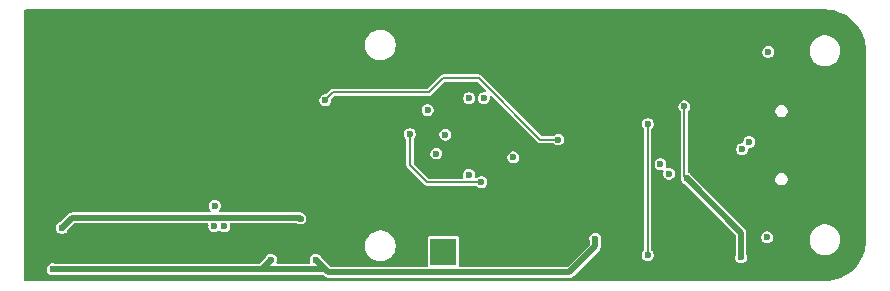
<source format=gbr>
%TF.GenerationSoftware,KiCad,Pcbnew,9.0.4*%
%TF.CreationDate,2025-09-01T13:06:02+02:00*%
%TF.ProjectId,EHT,4548542e-6b69-4636-9164-5f7063625858,rev?*%
%TF.SameCoordinates,Original*%
%TF.FileFunction,Copper,L4,Bot*%
%TF.FilePolarity,Positive*%
%FSLAX46Y46*%
G04 Gerber Fmt 4.6, Leading zero omitted, Abs format (unit mm)*
G04 Created by KiCad (PCBNEW 9.0.4) date 2025-09-01 13:06:02*
%MOMM*%
%LPD*%
G01*
G04 APERTURE LIST*
%TA.AperFunction,ComponentPad*%
%ADD10R,2.250000X2.250000*%
%TD*%
%TA.AperFunction,ComponentPad*%
%ADD11C,2.250000*%
%TD*%
%TA.AperFunction,HeatsinkPad*%
%ADD12O,2.100000X1.000000*%
%TD*%
%TA.AperFunction,HeatsinkPad*%
%ADD13O,1.800000X1.000000*%
%TD*%
%TA.AperFunction,HeatsinkPad*%
%ADD14C,0.600000*%
%TD*%
%TA.AperFunction,ViaPad*%
%ADD15C,0.600000*%
%TD*%
%TA.AperFunction,Conductor*%
%ADD16C,0.200000*%
%TD*%
%TA.AperFunction,Conductor*%
%ADD17C,0.500000*%
%TD*%
G04 APERTURE END LIST*
D10*
%TO.P,SW1,1,1*%
%TO.N,Net-(U7-EN)*%
X149700000Y-92000000D03*
D11*
%TO.P,SW1,2,2*%
%TO.N,GND*%
X156200000Y-92000000D03*
%TD*%
D12*
%TO.P,J1,S1,SHIELD*%
%TO.N,GND*%
X177820000Y-87300000D03*
D13*
X182000000Y-87300000D03*
D12*
X177820000Y-78660000D03*
D13*
X182000000Y-78660000D03*
%TD*%
D14*
%TO.P,U7,41,GND*%
%TO.N,GND*%
X121860000Y-85915000D03*
X123260000Y-85915000D03*
X121160000Y-85215000D03*
X122560000Y-85215000D03*
X123960000Y-85215000D03*
X121860000Y-84515000D03*
X123260000Y-84515000D03*
X121160000Y-83815000D03*
X122560000Y-83815000D03*
X123960000Y-83815000D03*
X121860000Y-83115000D03*
X123260000Y-83115000D03*
%TD*%
D15*
%TO.N,GND*%
X140500000Y-89200000D03*
X171200000Y-74000000D03*
X155615000Y-82015000D03*
X172862200Y-81767800D03*
X154600000Y-86100000D03*
X164700000Y-92300000D03*
X152200000Y-75299000D03*
X175115000Y-86015000D03*
X165500000Y-84200000D03*
X175425000Y-89500000D03*
X153615000Y-80015000D03*
X152400000Y-74400000D03*
X170900000Y-90075000D03*
X152200000Y-73500000D03*
X167100000Y-77900000D03*
X175400000Y-76500000D03*
X160400000Y-92200000D03*
X168075735Y-90424265D03*
X134800000Y-87300000D03*
X151600000Y-72700000D03*
X172700000Y-90075000D03*
X175115000Y-80015000D03*
%TO.N,Net-(U2-SDO{slash}AD0)*%
X146865000Y-82055000D03*
X152900000Y-86115000D03*
%TO.N,Net-(U2-~{CS})*%
X153115000Y-79015000D03*
X149089672Y-83700000D03*
%TO.N,Net-(U2-SCL{slash}SCLK)*%
X149865000Y-82100000D03*
X151865000Y-79015000D03*
%TO.N,D+*%
X130341051Y-88122017D03*
X175584834Y-82722663D03*
X131140000Y-89875000D03*
%TO.N,D-*%
X174983792Y-83323705D03*
X130290000Y-89875000D03*
%TO.N,Net-(SW2A-A)*%
X167000000Y-81200000D03*
X167000000Y-92300000D03*
%TO.N,LED_PWR*%
X174900000Y-92500000D03*
X170300000Y-85800000D03*
X170100000Y-79700000D03*
%TO.N,+1V8*%
X148365005Y-80016000D03*
X155615000Y-84015000D03*
X151865000Y-85515000D03*
%TO.N,+3V3*%
X138900000Y-92700000D03*
X135100000Y-92700000D03*
X159415000Y-82515000D03*
X116600000Y-93500000D03*
X139700000Y-79180000D03*
X162565000Y-90900000D03*
%TO.N,Net-(U7-EN)*%
X137600000Y-89200000D03*
X117400000Y-90000000D03*
%TO.N,Net-(DCHG1-K)*%
X168800000Y-85400000D03*
X177200000Y-75100000D03*
%TO.N,Net-(DPGOOD1-K)*%
X177100000Y-90800000D03*
X168070460Y-84586707D03*
%TD*%
D16*
%TO.N,Net-(U2-SDO{slash}AD0)*%
X152113943Y-86116000D02*
X148316000Y-86116000D01*
X148316000Y-86116000D02*
X146865000Y-84665000D01*
X152114943Y-86115000D02*
X152113943Y-86116000D01*
X146865000Y-84665000D02*
X146865000Y-82055000D01*
X152900000Y-86115000D02*
X152114943Y-86115000D01*
%TO.N,Net-(SW2A-A)*%
X167000000Y-92300000D02*
X167000000Y-81200000D01*
D17*
%TO.N,LED_PWR*%
X174900000Y-90400000D02*
X170300000Y-85800000D01*
D16*
X170100000Y-79700000D02*
X170100000Y-85600000D01*
X170100000Y-85600000D02*
X170300000Y-85800000D01*
D17*
X174900000Y-92500000D02*
X174900000Y-90400000D01*
%TO.N,+3V3*%
X138900000Y-92700000D02*
X139955017Y-93755017D01*
D16*
X152700000Y-77300000D02*
X149700000Y-77300000D01*
D17*
X135100000Y-92700000D02*
X134300000Y-93500000D01*
D16*
X140380000Y-78500000D02*
X139700000Y-79180000D01*
D17*
X139955017Y-93755017D02*
X140800000Y-93755017D01*
D16*
X148500000Y-78500000D02*
X140380000Y-78500000D01*
X149700000Y-77300000D02*
X148500000Y-78500000D01*
D17*
X140800000Y-93755017D02*
X160370702Y-93759298D01*
X134300000Y-93500000D02*
X133600000Y-93500000D01*
X116600000Y-93500000D02*
X133600000Y-93500000D01*
X139700000Y-93500000D02*
X139955017Y-93755017D01*
X133600000Y-93500000D02*
X139700000Y-93500000D01*
X162565000Y-91565000D02*
X162565000Y-90900000D01*
X160370702Y-93759298D02*
X162565000Y-91565000D01*
D16*
X159415000Y-82515000D02*
X157915000Y-82515000D01*
X157915000Y-82515000D02*
X152700000Y-77300000D01*
D17*
%TO.N,Net-(U7-EN)*%
X137600000Y-89200000D02*
X137524000Y-89124000D01*
X118276000Y-89124000D02*
X117400000Y-90000000D01*
X137524000Y-89124000D02*
X118276000Y-89124000D01*
%TD*%
%TA.AperFunction,Conductor*%
%TO.N,GND*%
G36*
X182003032Y-71500648D02*
G01*
X182336929Y-71517052D01*
X182349037Y-71518245D01*
X182452146Y-71533539D01*
X182676699Y-71566849D01*
X182688617Y-71569219D01*
X183009951Y-71649709D01*
X183021588Y-71653240D01*
X183092806Y-71678722D01*
X183333467Y-71764832D01*
X183344688Y-71769479D01*
X183644163Y-71911120D01*
X183654871Y-71916844D01*
X183938988Y-72087137D01*
X183949106Y-72093897D01*
X184215170Y-72291224D01*
X184224576Y-72298944D01*
X184470013Y-72521395D01*
X184478604Y-72529986D01*
X184665755Y-72736475D01*
X184701055Y-72775423D01*
X184708775Y-72784829D01*
X184906102Y-73050893D01*
X184912862Y-73061011D01*
X185041776Y-73276092D01*
X185083148Y-73345116D01*
X185088883Y-73355844D01*
X185111050Y-73402713D01*
X185230514Y-73655297D01*
X185235170Y-73666540D01*
X185346759Y-73978411D01*
X185350292Y-73990055D01*
X185430777Y-74311369D01*
X185433151Y-74323305D01*
X185481754Y-74650962D01*
X185482947Y-74663071D01*
X185499351Y-74996966D01*
X185499500Y-75003051D01*
X185499500Y-90996948D01*
X185499351Y-91003033D01*
X185482947Y-91336928D01*
X185481754Y-91349037D01*
X185433151Y-91676694D01*
X185430777Y-91688630D01*
X185350292Y-92009944D01*
X185346759Y-92021588D01*
X185235170Y-92333459D01*
X185230514Y-92344702D01*
X185088885Y-92644151D01*
X185083148Y-92654883D01*
X184912862Y-92938988D01*
X184906102Y-92949106D01*
X184708775Y-93215170D01*
X184701055Y-93224576D01*
X184478611Y-93470006D01*
X184470006Y-93478611D01*
X184224576Y-93701055D01*
X184215170Y-93708775D01*
X183949106Y-93906102D01*
X183938988Y-93912862D01*
X183654883Y-94083148D01*
X183644151Y-94088885D01*
X183344702Y-94230514D01*
X183333459Y-94235170D01*
X183021588Y-94346759D01*
X183009944Y-94350292D01*
X182688630Y-94430777D01*
X182676694Y-94433151D01*
X182349037Y-94481754D01*
X182336928Y-94482947D01*
X182021989Y-94498419D01*
X182003031Y-94499351D01*
X181996949Y-94499500D01*
X114324000Y-94499500D01*
X114256961Y-94479815D01*
X114211206Y-94427011D01*
X114200000Y-94375500D01*
X114200000Y-93434108D01*
X116099500Y-93434108D01*
X116099500Y-93565891D01*
X116133608Y-93693187D01*
X116138151Y-93701055D01*
X116199500Y-93807314D01*
X116292686Y-93900500D01*
X116391521Y-93957563D01*
X116401425Y-93963281D01*
X116406814Y-93966392D01*
X116534108Y-94000500D01*
X116534110Y-94000500D01*
X116665890Y-94000500D01*
X116665892Y-94000500D01*
X116793186Y-93966392D01*
X116793194Y-93966387D01*
X116800696Y-93963281D01*
X116801249Y-93964618D01*
X116853937Y-93950500D01*
X133540691Y-93950500D01*
X139462035Y-93950500D01*
X139529074Y-93970185D01*
X139549716Y-93986819D01*
X139678404Y-94115507D01*
X139678406Y-94115508D01*
X139678410Y-94115511D01*
X139781005Y-94174744D01*
X139781006Y-94174744D01*
X139781065Y-94174778D01*
X139781131Y-94174816D01*
X139895708Y-94205517D01*
X139895710Y-94205517D01*
X140800021Y-94205517D01*
X160311348Y-94209785D01*
X160311393Y-94209797D01*
X160365911Y-94209797D01*
X160375054Y-94209799D01*
X160429906Y-94209811D01*
X160429906Y-94209810D01*
X160429912Y-94209811D01*
X160429917Y-94209809D01*
X160430005Y-94209798D01*
X160430009Y-94209797D01*
X160430011Y-94209797D01*
X160468839Y-94199392D01*
X160485962Y-94194805D01*
X160485962Y-94194807D01*
X160485979Y-94194800D01*
X160544496Y-94179135D01*
X160544500Y-94179132D01*
X160544531Y-94179124D01*
X160544561Y-94179111D01*
X160544582Y-94179098D01*
X160544589Y-94179097D01*
X160599143Y-94147599D01*
X160647236Y-94119847D01*
X160647241Y-94119841D01*
X160647275Y-94119822D01*
X160647287Y-94119813D01*
X160647295Y-94119806D01*
X160647311Y-94119789D01*
X160647316Y-94119787D01*
X160692565Y-94074536D01*
X160692589Y-94074523D01*
X160692584Y-94074518D01*
X160731130Y-94035990D01*
X160731130Y-94035988D01*
X160737062Y-94030060D01*
X160737197Y-94029904D01*
X162925489Y-91841614D01*
X162984799Y-91738887D01*
X163000146Y-91681610D01*
X163015500Y-91624309D01*
X163015500Y-91153936D01*
X163029618Y-91101246D01*
X163028282Y-91100693D01*
X163031388Y-91093192D01*
X163031392Y-91093186D01*
X163065500Y-90965892D01*
X163065500Y-90834108D01*
X163031392Y-90706814D01*
X162965500Y-90592686D01*
X162872314Y-90499500D01*
X162814968Y-90466391D01*
X162758187Y-90433608D01*
X162694539Y-90416554D01*
X162630892Y-90399500D01*
X162499108Y-90399500D01*
X162371812Y-90433608D01*
X162257686Y-90499500D01*
X162257683Y-90499502D01*
X162164502Y-90592683D01*
X162164500Y-90592686D01*
X162098608Y-90706812D01*
X162064693Y-90833386D01*
X162064500Y-90834108D01*
X162064500Y-90965892D01*
X162073639Y-91000000D01*
X162098608Y-91093186D01*
X162101718Y-91100693D01*
X162100381Y-91101246D01*
X162102035Y-91107422D01*
X162109477Y-91119001D01*
X162114500Y-91153936D01*
X162114500Y-91327034D01*
X162094815Y-91394073D01*
X162078181Y-91414715D01*
X160220469Y-93272426D01*
X160159146Y-93305911D01*
X160132761Y-93308745D01*
X151144337Y-93306779D01*
X151077302Y-93287080D01*
X151031558Y-93234266D01*
X151021630Y-93165105D01*
X151022748Y-93158583D01*
X151025500Y-93144750D01*
X151025500Y-90855249D01*
X151025499Y-90855247D01*
X151013868Y-90796770D01*
X151013867Y-90796769D01*
X150969552Y-90730447D01*
X150903230Y-90686132D01*
X150903229Y-90686131D01*
X150844752Y-90674500D01*
X150844748Y-90674500D01*
X148555252Y-90674500D01*
X148555247Y-90674500D01*
X148496770Y-90686131D01*
X148496769Y-90686132D01*
X148430447Y-90730447D01*
X148386132Y-90796769D01*
X148386131Y-90796770D01*
X148374500Y-90855247D01*
X148374500Y-90855252D01*
X148374500Y-93144748D01*
X148374500Y-93144750D01*
X148374499Y-93144750D01*
X148377127Y-93157959D01*
X148370898Y-93227550D01*
X148328033Y-93282727D01*
X148262143Y-93305969D01*
X148255482Y-93306147D01*
X140866997Y-93304530D01*
X140866997Y-93304529D01*
X140859351Y-93304527D01*
X140859309Y-93304517D01*
X140800222Y-93304517D01*
X140800219Y-93304517D01*
X140800163Y-93304516D01*
X140732875Y-93304502D01*
X140732645Y-93304517D01*
X140192982Y-93304517D01*
X140125943Y-93284832D01*
X140105301Y-93268198D01*
X139398113Y-92561010D01*
X139370841Y-92513771D01*
X139369504Y-92514326D01*
X139366392Y-92506816D01*
X139366392Y-92506814D01*
X139300500Y-92392686D01*
X139207314Y-92299500D01*
X139150250Y-92266554D01*
X139093187Y-92233608D01*
X139029539Y-92216554D01*
X138965892Y-92199500D01*
X138834108Y-92199500D01*
X138706812Y-92233608D01*
X138592686Y-92299500D01*
X138592683Y-92299502D01*
X138499502Y-92392683D01*
X138499500Y-92392686D01*
X138433608Y-92506812D01*
X138417778Y-92565892D01*
X138399500Y-92634108D01*
X138399500Y-92765892D01*
X138433608Y-92893186D01*
X138433609Y-92893189D01*
X138433668Y-92893406D01*
X138432005Y-92963256D01*
X138392843Y-93021119D01*
X138328614Y-93048623D01*
X138313893Y-93049500D01*
X135686107Y-93049500D01*
X135619068Y-93029815D01*
X135573313Y-92977011D01*
X135563369Y-92907853D01*
X135566332Y-92893406D01*
X135566390Y-92893189D01*
X135566392Y-92893186D01*
X135600500Y-92765892D01*
X135600500Y-92634108D01*
X135566392Y-92506814D01*
X135500500Y-92392686D01*
X135407314Y-92299500D01*
X135350250Y-92266554D01*
X135293187Y-92233608D01*
X135229539Y-92216554D01*
X135165892Y-92199500D01*
X135034108Y-92199500D01*
X134906812Y-92233608D01*
X134792686Y-92299500D01*
X134792683Y-92299502D01*
X134699502Y-92392683D01*
X134699498Y-92392689D01*
X134633607Y-92506816D01*
X134630497Y-92514324D01*
X134629161Y-92513770D01*
X134601887Y-92561007D01*
X134255044Y-92907853D01*
X134149716Y-93013181D01*
X134088393Y-93046666D01*
X134062035Y-93049500D01*
X116853937Y-93049500D01*
X116801249Y-93035381D01*
X116800696Y-93036719D01*
X116793188Y-93033609D01*
X116793186Y-93033608D01*
X116665892Y-92999500D01*
X116534108Y-92999500D01*
X116406812Y-93033608D01*
X116292686Y-93099500D01*
X116292683Y-93099502D01*
X116199502Y-93192683D01*
X116199500Y-93192686D01*
X116133608Y-93306812D01*
X116099500Y-93434108D01*
X114200000Y-93434108D01*
X114200000Y-91412648D01*
X143064500Y-91412648D01*
X143064500Y-91617352D01*
X143065602Y-91624308D01*
X143096522Y-91819534D01*
X143159781Y-92014223D01*
X143252715Y-92196613D01*
X143373028Y-92362213D01*
X143517786Y-92506971D01*
X143655898Y-92607313D01*
X143683390Y-92627287D01*
X143799607Y-92686503D01*
X143865776Y-92720218D01*
X143865778Y-92720218D01*
X143865781Y-92720220D01*
X143970137Y-92754127D01*
X144060465Y-92783477D01*
X144161557Y-92799488D01*
X144262648Y-92815500D01*
X144262649Y-92815500D01*
X144467351Y-92815500D01*
X144467352Y-92815500D01*
X144669534Y-92783477D01*
X144864219Y-92720220D01*
X145046610Y-92627287D01*
X145170173Y-92537514D01*
X145212213Y-92506971D01*
X145212215Y-92506968D01*
X145212219Y-92506966D01*
X145356966Y-92362219D01*
X145356968Y-92362215D01*
X145356971Y-92362213D01*
X145441358Y-92246062D01*
X145477287Y-92196610D01*
X145570220Y-92014219D01*
X145633477Y-91819534D01*
X145665500Y-91617352D01*
X145665500Y-91412648D01*
X145633477Y-91210466D01*
X145570220Y-91015781D01*
X145570218Y-91015778D01*
X145570218Y-91015776D01*
X145510028Y-90897648D01*
X145477287Y-90833390D01*
X145450681Y-90796769D01*
X145356971Y-90667786D01*
X145212213Y-90523028D01*
X145046613Y-90402715D01*
X145046612Y-90402714D01*
X145046610Y-90402713D01*
X144989653Y-90373691D01*
X144864223Y-90309781D01*
X144669534Y-90246522D01*
X144483098Y-90216994D01*
X144467352Y-90214500D01*
X144262648Y-90214500D01*
X144246902Y-90216994D01*
X144060465Y-90246522D01*
X143865776Y-90309781D01*
X143683386Y-90402715D01*
X143517786Y-90523028D01*
X143373028Y-90667786D01*
X143252715Y-90833386D01*
X143159781Y-91015776D01*
X143096522Y-91210465D01*
X143074575Y-91349037D01*
X143064500Y-91412648D01*
X114200000Y-91412648D01*
X114200000Y-89934108D01*
X116899500Y-89934108D01*
X116899500Y-90065891D01*
X116933608Y-90193187D01*
X116952618Y-90226112D01*
X116999500Y-90307314D01*
X117092686Y-90400500D01*
X117206814Y-90466392D01*
X117334108Y-90500500D01*
X117334110Y-90500500D01*
X117465890Y-90500500D01*
X117465892Y-90500500D01*
X117593186Y-90466392D01*
X117707314Y-90400500D01*
X117800500Y-90307314D01*
X117866392Y-90193186D01*
X117866393Y-90193180D01*
X117869504Y-90185674D01*
X117870842Y-90186228D01*
X117898111Y-90138990D01*
X118426284Y-89610819D01*
X118487607Y-89577334D01*
X118513965Y-89574500D01*
X129690763Y-89574500D01*
X129757802Y-89594185D01*
X129803557Y-89646989D01*
X129813501Y-89716147D01*
X129810538Y-89730593D01*
X129789500Y-89809108D01*
X129789500Y-89940891D01*
X129823608Y-90068187D01*
X129855477Y-90123384D01*
X129889500Y-90182314D01*
X129982686Y-90275500D01*
X130096814Y-90341392D01*
X130224108Y-90375500D01*
X130224110Y-90375500D01*
X130355890Y-90375500D01*
X130355892Y-90375500D01*
X130483186Y-90341392D01*
X130597314Y-90275500D01*
X130627319Y-90245495D01*
X130688642Y-90212010D01*
X130758334Y-90216994D01*
X130802681Y-90245495D01*
X130832686Y-90275500D01*
X130946814Y-90341392D01*
X131074108Y-90375500D01*
X131074110Y-90375500D01*
X131205890Y-90375500D01*
X131205892Y-90375500D01*
X131333186Y-90341392D01*
X131447314Y-90275500D01*
X131540500Y-90182314D01*
X131606392Y-90068186D01*
X131640500Y-89940892D01*
X131640500Y-89809108D01*
X131619462Y-89730592D01*
X131621125Y-89660743D01*
X131660288Y-89602881D01*
X131724516Y-89575377D01*
X131739237Y-89574500D01*
X137216710Y-89574500D01*
X137283749Y-89594185D01*
X137292197Y-89600125D01*
X137292681Y-89600497D01*
X137397029Y-89660743D01*
X137406814Y-89666392D01*
X137534108Y-89700500D01*
X137534110Y-89700500D01*
X137665890Y-89700500D01*
X137665892Y-89700500D01*
X137793186Y-89666392D01*
X137907314Y-89600500D01*
X138000500Y-89507314D01*
X138066392Y-89393186D01*
X138100500Y-89265892D01*
X138100500Y-89134108D01*
X138066392Y-89006814D01*
X138000500Y-88892686D01*
X137907314Y-88799500D01*
X137793186Y-88733608D01*
X137726168Y-88715650D01*
X137718170Y-88713215D01*
X137706727Y-88709305D01*
X137697887Y-88704201D01*
X137673673Y-88697713D01*
X137669639Y-88696632D01*
X137669630Y-88696629D01*
X137607716Y-88680040D01*
X137583309Y-88673500D01*
X130796744Y-88673500D01*
X130729705Y-88653815D01*
X130683950Y-88601011D01*
X130674006Y-88531853D01*
X130703031Y-88468297D01*
X130709063Y-88461819D01*
X130741551Y-88429331D01*
X130807443Y-88315203D01*
X130841551Y-88187909D01*
X130841551Y-88056125D01*
X130807443Y-87928831D01*
X130741551Y-87814703D01*
X130648365Y-87721517D01*
X130591301Y-87688571D01*
X130534238Y-87655625D01*
X130470590Y-87638571D01*
X130406943Y-87621517D01*
X130275159Y-87621517D01*
X130147863Y-87655625D01*
X130033737Y-87721517D01*
X130033734Y-87721519D01*
X129940553Y-87814700D01*
X129940551Y-87814703D01*
X129874659Y-87928829D01*
X129840551Y-88056125D01*
X129840551Y-88187908D01*
X129874659Y-88315204D01*
X129907605Y-88372267D01*
X129940551Y-88429331D01*
X129940553Y-88429333D01*
X129973039Y-88461819D01*
X130006524Y-88523142D01*
X130001540Y-88592834D01*
X129959668Y-88648767D01*
X129894204Y-88673184D01*
X129885358Y-88673500D01*
X118216691Y-88673500D01*
X118126325Y-88697713D01*
X118126324Y-88697712D01*
X118102116Y-88704199D01*
X118102113Y-88704200D01*
X117999386Y-88763511D01*
X117999383Y-88763513D01*
X117261009Y-89501886D01*
X117213775Y-89529161D01*
X117214328Y-89530495D01*
X117206816Y-89533606D01*
X117092689Y-89599498D01*
X117092683Y-89599502D01*
X116999502Y-89692683D01*
X116999500Y-89692686D01*
X116933608Y-89806812D01*
X116899500Y-89934108D01*
X114200000Y-89934108D01*
X114200000Y-81989108D01*
X146364500Y-81989108D01*
X146364500Y-82120891D01*
X146398608Y-82248187D01*
X146424589Y-82293186D01*
X146464500Y-82362314D01*
X146464502Y-82362316D01*
X146528181Y-82425995D01*
X146561666Y-82487318D01*
X146564500Y-82513676D01*
X146564500Y-84704562D01*
X146578152Y-84755513D01*
X146584979Y-84780990D01*
X146594508Y-84797494D01*
X146597063Y-84801919D01*
X146624540Y-84849511D01*
X148075540Y-86300511D01*
X148131489Y-86356460D01*
X148131491Y-86356461D01*
X148131495Y-86356464D01*
X148199107Y-86395499D01*
X148200011Y-86396021D01*
X148276438Y-86416500D01*
X148276440Y-86416500D01*
X152153971Y-86416500D01*
X152169227Y-86415500D01*
X152441324Y-86415500D01*
X152508363Y-86435185D01*
X152529005Y-86451819D01*
X152592686Y-86515500D01*
X152706814Y-86581392D01*
X152834108Y-86615500D01*
X152834110Y-86615500D01*
X152965890Y-86615500D01*
X152965892Y-86615500D01*
X153093186Y-86581392D01*
X153207314Y-86515500D01*
X153300500Y-86422314D01*
X153366392Y-86308186D01*
X153400500Y-86180892D01*
X153400500Y-86049108D01*
X153366392Y-85921814D01*
X153300500Y-85807686D01*
X153207314Y-85714500D01*
X153150250Y-85681554D01*
X153093187Y-85648608D01*
X153029539Y-85631554D01*
X152965892Y-85614500D01*
X152834108Y-85614500D01*
X152706812Y-85648608D01*
X152592686Y-85714500D01*
X152592682Y-85714503D01*
X152560669Y-85746516D01*
X152499345Y-85780001D01*
X152429654Y-85775015D01*
X152373721Y-85733143D01*
X152349305Y-85667678D01*
X152353213Y-85626746D01*
X152365500Y-85580892D01*
X152365500Y-85449108D01*
X152331392Y-85321814D01*
X152265500Y-85207686D01*
X152172314Y-85114500D01*
X152109548Y-85078262D01*
X152058187Y-85048608D01*
X151994539Y-85031554D01*
X151930892Y-85014500D01*
X151799108Y-85014500D01*
X151671812Y-85048608D01*
X151557686Y-85114500D01*
X151557683Y-85114502D01*
X151464502Y-85207683D01*
X151464500Y-85207686D01*
X151398608Y-85321812D01*
X151382933Y-85380313D01*
X151364500Y-85449108D01*
X151364500Y-85580892D01*
X151382644Y-85648608D01*
X151385538Y-85659407D01*
X151383875Y-85729257D01*
X151344712Y-85787119D01*
X151280484Y-85814623D01*
X151265763Y-85815500D01*
X148491833Y-85815500D01*
X148424794Y-85795815D01*
X148404152Y-85779181D01*
X147201819Y-84576848D01*
X147168334Y-84515525D01*
X147165500Y-84489167D01*
X147165500Y-83634108D01*
X148589172Y-83634108D01*
X148589172Y-83765892D01*
X148595658Y-83790097D01*
X148623280Y-83893187D01*
X148655567Y-83949108D01*
X148689172Y-84007314D01*
X148782358Y-84100500D01*
X148896486Y-84166392D01*
X149023780Y-84200500D01*
X149023782Y-84200500D01*
X149155562Y-84200500D01*
X149155564Y-84200500D01*
X149282858Y-84166392D01*
X149396986Y-84100500D01*
X149490172Y-84007314D01*
X149523777Y-83949108D01*
X155114500Y-83949108D01*
X155114500Y-84080891D01*
X155148608Y-84208187D01*
X155181554Y-84265250D01*
X155214500Y-84322314D01*
X155307686Y-84415500D01*
X155421814Y-84481392D01*
X155549108Y-84515500D01*
X155549110Y-84515500D01*
X155680890Y-84515500D01*
X155680892Y-84515500D01*
X155808186Y-84481392D01*
X155922314Y-84415500D01*
X156015500Y-84322314D01*
X156081392Y-84208186D01*
X156115500Y-84080892D01*
X156115500Y-83949108D01*
X156081392Y-83821814D01*
X156015500Y-83707686D01*
X155922314Y-83614500D01*
X155865250Y-83581554D01*
X155808187Y-83548608D01*
X155744539Y-83531554D01*
X155680892Y-83514500D01*
X155549108Y-83514500D01*
X155421812Y-83548608D01*
X155307686Y-83614500D01*
X155307683Y-83614502D01*
X155214502Y-83707683D01*
X155214500Y-83707686D01*
X155148608Y-83821812D01*
X155114500Y-83949108D01*
X149523777Y-83949108D01*
X149556064Y-83893186D01*
X149590172Y-83765892D01*
X149590172Y-83634108D01*
X149556064Y-83506814D01*
X149490172Y-83392686D01*
X149396986Y-83299500D01*
X149324782Y-83257813D01*
X149282859Y-83233608D01*
X149196542Y-83210480D01*
X149155564Y-83199500D01*
X149023780Y-83199500D01*
X148896484Y-83233608D01*
X148782358Y-83299500D01*
X148782355Y-83299502D01*
X148689174Y-83392683D01*
X148689172Y-83392686D01*
X148623280Y-83506812D01*
X148612081Y-83548608D01*
X148589172Y-83634108D01*
X147165500Y-83634108D01*
X147165500Y-82513676D01*
X147185185Y-82446637D01*
X147201819Y-82425995D01*
X147220501Y-82407313D01*
X147265500Y-82362314D01*
X147331392Y-82248186D01*
X147365500Y-82120892D01*
X147365500Y-82034108D01*
X149364500Y-82034108D01*
X149364500Y-82165891D01*
X149398608Y-82293187D01*
X149415135Y-82321812D01*
X149464500Y-82407314D01*
X149557686Y-82500500D01*
X149671814Y-82566392D01*
X149799108Y-82600500D01*
X149799110Y-82600500D01*
X149930890Y-82600500D01*
X149930892Y-82600500D01*
X150058186Y-82566392D01*
X150172314Y-82500500D01*
X150265500Y-82407314D01*
X150331392Y-82293186D01*
X150365500Y-82165892D01*
X150365500Y-82034108D01*
X150331392Y-81906814D01*
X150265500Y-81792686D01*
X150172314Y-81699500D01*
X150101605Y-81658676D01*
X150058187Y-81633608D01*
X149994539Y-81616554D01*
X149930892Y-81599500D01*
X149799108Y-81599500D01*
X149671812Y-81633608D01*
X149557686Y-81699500D01*
X149557683Y-81699502D01*
X149464502Y-81792683D01*
X149464500Y-81792686D01*
X149398608Y-81906812D01*
X149364500Y-82034108D01*
X147365500Y-82034108D01*
X147365500Y-81989108D01*
X147331392Y-81861814D01*
X147265500Y-81747686D01*
X147172314Y-81654500D01*
X147115250Y-81621554D01*
X147058187Y-81588608D01*
X146992453Y-81570995D01*
X146930892Y-81554500D01*
X146799108Y-81554500D01*
X146671812Y-81588608D01*
X146557686Y-81654500D01*
X146557683Y-81654502D01*
X146464502Y-81747683D01*
X146464500Y-81747686D01*
X146398608Y-81861812D01*
X146364500Y-81989108D01*
X114200000Y-81989108D01*
X114200000Y-79950108D01*
X147864505Y-79950108D01*
X147864505Y-80081892D01*
X147878935Y-80135746D01*
X147898613Y-80209187D01*
X147931559Y-80266250D01*
X147964505Y-80323314D01*
X148057691Y-80416500D01*
X148171819Y-80482392D01*
X148299113Y-80516500D01*
X148299115Y-80516500D01*
X148430895Y-80516500D01*
X148430897Y-80516500D01*
X148558191Y-80482392D01*
X148672319Y-80416500D01*
X148765505Y-80323314D01*
X148831397Y-80209186D01*
X148865505Y-80081892D01*
X148865505Y-79950108D01*
X148831397Y-79822814D01*
X148765505Y-79708686D01*
X148672319Y-79615500D01*
X148583985Y-79564500D01*
X148558192Y-79549608D01*
X148494544Y-79532554D01*
X148430897Y-79515500D01*
X148299113Y-79515500D01*
X148171817Y-79549608D01*
X148057691Y-79615500D01*
X148057688Y-79615502D01*
X147964507Y-79708683D01*
X147964505Y-79708686D01*
X147898613Y-79822812D01*
X147879757Y-79893186D01*
X147864505Y-79950108D01*
X114200000Y-79950108D01*
X114200000Y-79114108D01*
X139199500Y-79114108D01*
X139199500Y-79245891D01*
X139233608Y-79373187D01*
X139244866Y-79392686D01*
X139299500Y-79487314D01*
X139392686Y-79580500D01*
X139506814Y-79646392D01*
X139634108Y-79680500D01*
X139634110Y-79680500D01*
X139765890Y-79680500D01*
X139765892Y-79680500D01*
X139893186Y-79646392D01*
X140007314Y-79580500D01*
X140100500Y-79487314D01*
X140166392Y-79373186D01*
X140200500Y-79245892D01*
X140200500Y-79155832D01*
X140220185Y-79088793D01*
X140236819Y-79068151D01*
X140355863Y-78949108D01*
X151364500Y-78949108D01*
X151364500Y-79080892D01*
X151373400Y-79114108D01*
X151398608Y-79208187D01*
X151431554Y-79265250D01*
X151464500Y-79322314D01*
X151557686Y-79415500D01*
X151671814Y-79481392D01*
X151799108Y-79515500D01*
X151799110Y-79515500D01*
X151930890Y-79515500D01*
X151930892Y-79515500D01*
X152058186Y-79481392D01*
X152172314Y-79415500D01*
X152265500Y-79322314D01*
X152331392Y-79208186D01*
X152365500Y-79080892D01*
X152365500Y-78949108D01*
X152331392Y-78821814D01*
X152327842Y-78815666D01*
X152319086Y-78800500D01*
X152265500Y-78707686D01*
X152172314Y-78614500D01*
X152115250Y-78581554D01*
X152058187Y-78548608D01*
X151994539Y-78531554D01*
X151930892Y-78514500D01*
X151799108Y-78514500D01*
X151671812Y-78548608D01*
X151557686Y-78614500D01*
X151557683Y-78614502D01*
X151464502Y-78707683D01*
X151464500Y-78707686D01*
X151398608Y-78821812D01*
X151366678Y-78940981D01*
X151364500Y-78949108D01*
X140355863Y-78949108D01*
X140451671Y-78853300D01*
X140468152Y-78836819D01*
X140529475Y-78803334D01*
X140555833Y-78800500D01*
X148539560Y-78800500D01*
X148539562Y-78800500D01*
X148615989Y-78780021D01*
X148684511Y-78740460D01*
X148740460Y-78684511D01*
X149788152Y-77636819D01*
X149849475Y-77603334D01*
X149875833Y-77600500D01*
X152524167Y-77600500D01*
X152591206Y-77620185D01*
X152611848Y-77636819D01*
X153278022Y-78302993D01*
X153311507Y-78364316D01*
X153306523Y-78434008D01*
X153264651Y-78489941D01*
X153199187Y-78514358D01*
X153189019Y-78514055D01*
X153189019Y-78514500D01*
X153049108Y-78514500D01*
X152921812Y-78548608D01*
X152807686Y-78614500D01*
X152807683Y-78614502D01*
X152714502Y-78707683D01*
X152714500Y-78707686D01*
X152648608Y-78821812D01*
X152616678Y-78940981D01*
X152614500Y-78949108D01*
X152614500Y-79080892D01*
X152623400Y-79114108D01*
X152648608Y-79208187D01*
X152681554Y-79265250D01*
X152714500Y-79322314D01*
X152807686Y-79415500D01*
X152921814Y-79481392D01*
X153049108Y-79515500D01*
X153049110Y-79515500D01*
X153180890Y-79515500D01*
X153180892Y-79515500D01*
X153308186Y-79481392D01*
X153422314Y-79415500D01*
X153515500Y-79322314D01*
X153581392Y-79208186D01*
X153615500Y-79080892D01*
X153615500Y-78949108D01*
X153615500Y-78940981D01*
X153618716Y-78940981D01*
X153627119Y-78886877D01*
X153673467Y-78834592D01*
X153740725Y-78815666D01*
X153807538Y-78836106D01*
X153827006Y-78851977D01*
X157730489Y-82755460D01*
X157799012Y-82795022D01*
X157875438Y-82815500D01*
X157954562Y-82815500D01*
X158956324Y-82815500D01*
X159023363Y-82835185D01*
X159044005Y-82851819D01*
X159107686Y-82915500D01*
X159221814Y-82981392D01*
X159349108Y-83015500D01*
X159349110Y-83015500D01*
X159480890Y-83015500D01*
X159480892Y-83015500D01*
X159608186Y-82981392D01*
X159722314Y-82915500D01*
X159815500Y-82822314D01*
X159881392Y-82708186D01*
X159915500Y-82580892D01*
X159915500Y-82449108D01*
X159881392Y-82321814D01*
X159815500Y-82207686D01*
X159722314Y-82114500D01*
X159665250Y-82081554D01*
X159608187Y-82048608D01*
X159544539Y-82031554D01*
X159480892Y-82014500D01*
X159349108Y-82014500D01*
X159221812Y-82048608D01*
X159107686Y-82114500D01*
X159107683Y-82114502D01*
X159044005Y-82178181D01*
X158982682Y-82211666D01*
X158956324Y-82214500D01*
X158090833Y-82214500D01*
X158023794Y-82194815D01*
X158003152Y-82178181D01*
X156959079Y-81134108D01*
X166499500Y-81134108D01*
X166499500Y-81265891D01*
X166533608Y-81393187D01*
X166566554Y-81450250D01*
X166599500Y-81507314D01*
X166599502Y-81507316D01*
X166663181Y-81570995D01*
X166696666Y-81632318D01*
X166699500Y-81658676D01*
X166699500Y-91841323D01*
X166679815Y-91908362D01*
X166663182Y-91929004D01*
X166599500Y-91992686D01*
X166533608Y-92106812D01*
X166509547Y-92196610D01*
X166499500Y-92234108D01*
X166499500Y-92365892D01*
X166506680Y-92392689D01*
X166533608Y-92493187D01*
X166545812Y-92514324D01*
X166599500Y-92607314D01*
X166692686Y-92700500D01*
X166806814Y-92766392D01*
X166934108Y-92800500D01*
X166934110Y-92800500D01*
X167065890Y-92800500D01*
X167065892Y-92800500D01*
X167193186Y-92766392D01*
X167307314Y-92700500D01*
X167400500Y-92607314D01*
X167466392Y-92493186D01*
X167500500Y-92365892D01*
X167500500Y-92234108D01*
X167466392Y-92106814D01*
X167400500Y-91992686D01*
X167336818Y-91929004D01*
X167303334Y-91867680D01*
X167300500Y-91841323D01*
X167300500Y-84520815D01*
X167569960Y-84520815D01*
X167569960Y-84652598D01*
X167604068Y-84779894D01*
X167616785Y-84801920D01*
X167669960Y-84894021D01*
X167763146Y-84987207D01*
X167877274Y-85053099D01*
X168004568Y-85087207D01*
X168004570Y-85087207D01*
X168136350Y-85087207D01*
X168136352Y-85087207D01*
X168175938Y-85076600D01*
X168245786Y-85078262D01*
X168303649Y-85117423D01*
X168331154Y-85181651D01*
X168327806Y-85228467D01*
X168309435Y-85297028D01*
X168299500Y-85334108D01*
X168299500Y-85465892D01*
X168306680Y-85492689D01*
X168333608Y-85593187D01*
X168352980Y-85626740D01*
X168399500Y-85707314D01*
X168492686Y-85800500D01*
X168606814Y-85866392D01*
X168734108Y-85900500D01*
X168734110Y-85900500D01*
X168865890Y-85900500D01*
X168865892Y-85900500D01*
X168993186Y-85866392D01*
X169107314Y-85800500D01*
X169200500Y-85707314D01*
X169266392Y-85593186D01*
X169300500Y-85465892D01*
X169300500Y-85334108D01*
X169266392Y-85206814D01*
X169200500Y-85092686D01*
X169107314Y-84999500D01*
X169050250Y-84966554D01*
X168993187Y-84933608D01*
X168905478Y-84910107D01*
X168865892Y-84899500D01*
X168734108Y-84899500D01*
X168734106Y-84899500D01*
X168694520Y-84910107D01*
X168624670Y-84908444D01*
X168566808Y-84869280D01*
X168539305Y-84805051D01*
X168542652Y-84758245D01*
X168570960Y-84652599D01*
X168570960Y-84520815D01*
X168536852Y-84393521D01*
X168470960Y-84279393D01*
X168377774Y-84186207D01*
X168320710Y-84153261D01*
X168263647Y-84120315D01*
X168189691Y-84100499D01*
X168136352Y-84086207D01*
X168004568Y-84086207D01*
X167877272Y-84120315D01*
X167763146Y-84186207D01*
X167763143Y-84186209D01*
X167669962Y-84279390D01*
X167669960Y-84279393D01*
X167604068Y-84393519D01*
X167569960Y-84520815D01*
X167300500Y-84520815D01*
X167300500Y-81658676D01*
X167320185Y-81591637D01*
X167336819Y-81570995D01*
X167353314Y-81554500D01*
X167400500Y-81507314D01*
X167466392Y-81393186D01*
X167500500Y-81265892D01*
X167500500Y-81134108D01*
X167466392Y-81006814D01*
X167400500Y-80892686D01*
X167307314Y-80799500D01*
X167250250Y-80766554D01*
X167193187Y-80733608D01*
X167129539Y-80716554D01*
X167065892Y-80699500D01*
X166934108Y-80699500D01*
X166806812Y-80733608D01*
X166692686Y-80799500D01*
X166692683Y-80799502D01*
X166599502Y-80892683D01*
X166599500Y-80892686D01*
X166533608Y-81006812D01*
X166499500Y-81134108D01*
X156959079Y-81134108D01*
X155459079Y-79634108D01*
X169599500Y-79634108D01*
X169599500Y-79765892D01*
X169614752Y-79822812D01*
X169633608Y-79893187D01*
X169662206Y-79942719D01*
X169699500Y-80007314D01*
X169699502Y-80007316D01*
X169763181Y-80070995D01*
X169796666Y-80132318D01*
X169799500Y-80158676D01*
X169799500Y-85639562D01*
X169803568Y-85654744D01*
X169803568Y-85718922D01*
X169799500Y-85734102D01*
X169799500Y-85865891D01*
X169833608Y-85993187D01*
X169865895Y-86049108D01*
X169899500Y-86107314D01*
X169992686Y-86200500D01*
X170106814Y-86266392D01*
X170106816Y-86266392D01*
X170114326Y-86269504D01*
X170113771Y-86270841D01*
X170161010Y-86298113D01*
X174413181Y-90550284D01*
X174446666Y-90611607D01*
X174449500Y-90637965D01*
X174449500Y-92246062D01*
X174435383Y-92298751D01*
X174436719Y-92299304D01*
X174433608Y-92306814D01*
X174399500Y-92434108D01*
X174399500Y-92565892D01*
X174415950Y-92627284D01*
X174433608Y-92693187D01*
X174449215Y-92720218D01*
X174499500Y-92807314D01*
X174592686Y-92900500D01*
X174706814Y-92966392D01*
X174834108Y-93000500D01*
X174834110Y-93000500D01*
X174965890Y-93000500D01*
X174965892Y-93000500D01*
X175093186Y-92966392D01*
X175207314Y-92900500D01*
X175300500Y-92807314D01*
X175366392Y-92693186D01*
X175400500Y-92565892D01*
X175400500Y-92434108D01*
X175366392Y-92306814D01*
X175366388Y-92306807D01*
X175363281Y-92299304D01*
X175364616Y-92298751D01*
X175350500Y-92246062D01*
X175350500Y-90734108D01*
X176599500Y-90734108D01*
X176599500Y-90865891D01*
X176633608Y-90993187D01*
X176637542Y-91000000D01*
X176699500Y-91107314D01*
X176792686Y-91200500D01*
X176906814Y-91266392D01*
X177034108Y-91300500D01*
X177034110Y-91300500D01*
X177165890Y-91300500D01*
X177165892Y-91300500D01*
X177293186Y-91266392D01*
X177407314Y-91200500D01*
X177500500Y-91107314D01*
X177566392Y-90993186D01*
X177591991Y-90897648D01*
X180699500Y-90897648D01*
X180699500Y-91102351D01*
X180731522Y-91304534D01*
X180794781Y-91499223D01*
X180854971Y-91617351D01*
X180885208Y-91676694D01*
X180887715Y-91681613D01*
X181008028Y-91847213D01*
X181152786Y-91991971D01*
X181307749Y-92104556D01*
X181318390Y-92112287D01*
X181434607Y-92171503D01*
X181500776Y-92205218D01*
X181500778Y-92205218D01*
X181500781Y-92205220D01*
X181588150Y-92233608D01*
X181695465Y-92268477D01*
X181763723Y-92279288D01*
X181897648Y-92300500D01*
X181897649Y-92300500D01*
X182102351Y-92300500D01*
X182102352Y-92300500D01*
X182304534Y-92268477D01*
X182499219Y-92205220D01*
X182681610Y-92112287D01*
X182774590Y-92044732D01*
X182847213Y-91991971D01*
X182847215Y-91991968D01*
X182847219Y-91991966D01*
X182991966Y-91847219D01*
X182991968Y-91847215D01*
X182991971Y-91847213D01*
X183070673Y-91738887D01*
X183112287Y-91681610D01*
X183205220Y-91499219D01*
X183268477Y-91304534D01*
X183300500Y-91102352D01*
X183300500Y-90897648D01*
X183274598Y-90734110D01*
X183268477Y-90695465D01*
X183233105Y-90586603D01*
X183205220Y-90500781D01*
X183205218Y-90500778D01*
X183205218Y-90500776D01*
X183154124Y-90400500D01*
X183112287Y-90318390D01*
X183081124Y-90275497D01*
X182991971Y-90152786D01*
X182847213Y-90008028D01*
X182681613Y-89887715D01*
X182681612Y-89887714D01*
X182681610Y-89887713D01*
X182624653Y-89858691D01*
X182499223Y-89794781D01*
X182304534Y-89731522D01*
X182129995Y-89703878D01*
X182102352Y-89699500D01*
X181897648Y-89699500D01*
X181873329Y-89703351D01*
X181695465Y-89731522D01*
X181500776Y-89794781D01*
X181318386Y-89887715D01*
X181152786Y-90008028D01*
X181008028Y-90152786D01*
X180887715Y-90318386D01*
X180794781Y-90500776D01*
X180731522Y-90695465D01*
X180699500Y-90897648D01*
X177591991Y-90897648D01*
X177600500Y-90865892D01*
X177600500Y-90734108D01*
X177566392Y-90606814D01*
X177500500Y-90492686D01*
X177407314Y-90399500D01*
X177350250Y-90366554D01*
X177293187Y-90333608D01*
X177229539Y-90316554D01*
X177165892Y-90299500D01*
X177034108Y-90299500D01*
X176906812Y-90333608D01*
X176792686Y-90399500D01*
X176792683Y-90399502D01*
X176699502Y-90492683D01*
X176699500Y-90492686D01*
X176633608Y-90606812D01*
X176599500Y-90734108D01*
X175350500Y-90734108D01*
X175350500Y-90340693D01*
X175350500Y-90340691D01*
X175319799Y-90226114D01*
X175294511Y-90182314D01*
X175294511Y-90182313D01*
X175260493Y-90123392D01*
X175260487Y-90123384D01*
X170937920Y-85800817D01*
X177794500Y-85800817D01*
X177794500Y-85939183D01*
X177808971Y-85993187D01*
X177830312Y-86072835D01*
X177830313Y-86072838D01*
X177899492Y-86192661D01*
X177899494Y-86192664D01*
X177899495Y-86192665D01*
X177997335Y-86290505D01*
X177997336Y-86290506D01*
X177997338Y-86290507D01*
X178027961Y-86308187D01*
X178117164Y-86359688D01*
X178250817Y-86395500D01*
X178250819Y-86395500D01*
X178389181Y-86395500D01*
X178389183Y-86395500D01*
X178522836Y-86359688D01*
X178642665Y-86290505D01*
X178740505Y-86192665D01*
X178809688Y-86072836D01*
X178845500Y-85939183D01*
X178845500Y-85800817D01*
X178809688Y-85667164D01*
X178759879Y-85580892D01*
X178740507Y-85547338D01*
X178740503Y-85547333D01*
X178642666Y-85449496D01*
X178642661Y-85449492D01*
X178522838Y-85380313D01*
X178522837Y-85380312D01*
X178522836Y-85380312D01*
X178389183Y-85344500D01*
X178250817Y-85344500D01*
X178117164Y-85380312D01*
X178117161Y-85380313D01*
X177997338Y-85449492D01*
X177997333Y-85449496D01*
X177899496Y-85547333D01*
X177899492Y-85547338D01*
X177830313Y-85667161D01*
X177830312Y-85667164D01*
X177794500Y-85800817D01*
X170937920Y-85800817D01*
X170798113Y-85661010D01*
X170770841Y-85613771D01*
X170769504Y-85614326D01*
X170766392Y-85606815D01*
X170766392Y-85606814D01*
X170700500Y-85492686D01*
X170607314Y-85399500D01*
X170541421Y-85361456D01*
X170493185Y-85333607D01*
X170493186Y-85333607D01*
X170492399Y-85333397D01*
X170491810Y-85333038D01*
X170485682Y-85330500D01*
X170486078Y-85329543D01*
X170432741Y-85297028D01*
X170402216Y-85234179D01*
X170400500Y-85213624D01*
X170400500Y-83257813D01*
X174483292Y-83257813D01*
X174483292Y-83389596D01*
X174517400Y-83516892D01*
X174535712Y-83548608D01*
X174583292Y-83631019D01*
X174676478Y-83724205D01*
X174790606Y-83790097D01*
X174917900Y-83824205D01*
X174917902Y-83824205D01*
X175049682Y-83824205D01*
X175049684Y-83824205D01*
X175176978Y-83790097D01*
X175291106Y-83724205D01*
X175384292Y-83631019D01*
X175450184Y-83516891D01*
X175484292Y-83389597D01*
X175484292Y-83347163D01*
X175503977Y-83280124D01*
X175556781Y-83234369D01*
X175608292Y-83223163D01*
X175650724Y-83223163D01*
X175650726Y-83223163D01*
X175778020Y-83189055D01*
X175892148Y-83123163D01*
X175985334Y-83029977D01*
X176051226Y-82915849D01*
X176085334Y-82788555D01*
X176085334Y-82656771D01*
X176051226Y-82529477D01*
X175985334Y-82415349D01*
X175892148Y-82322163D01*
X175835084Y-82289217D01*
X175778021Y-82256271D01*
X175714373Y-82239217D01*
X175650726Y-82222163D01*
X175518942Y-82222163D01*
X175391646Y-82256271D01*
X175277520Y-82322163D01*
X175277517Y-82322165D01*
X175184336Y-82415346D01*
X175184334Y-82415349D01*
X175118442Y-82529475D01*
X175084334Y-82656771D01*
X175084334Y-82699205D01*
X175064649Y-82766244D01*
X175011845Y-82811999D01*
X174960334Y-82823205D01*
X174917900Y-82823205D01*
X174790604Y-82857313D01*
X174676478Y-82923205D01*
X174676475Y-82923207D01*
X174583294Y-83016388D01*
X174583292Y-83016391D01*
X174517400Y-83130517D01*
X174483292Y-83257813D01*
X170400500Y-83257813D01*
X170400500Y-80158676D01*
X170407232Y-80135746D01*
X170409632Y-80111972D01*
X170417851Y-80099582D01*
X170420185Y-80091637D01*
X170427442Y-80081502D01*
X170431827Y-80075986D01*
X170486997Y-80020817D01*
X177794500Y-80020817D01*
X177794500Y-80159183D01*
X177807899Y-80209187D01*
X177830312Y-80292835D01*
X177830313Y-80292838D01*
X177899492Y-80412661D01*
X177899494Y-80412664D01*
X177899495Y-80412665D01*
X177997335Y-80510505D01*
X177997336Y-80510506D01*
X177997338Y-80510507D01*
X178057249Y-80545096D01*
X178117164Y-80579688D01*
X178250817Y-80615500D01*
X178250819Y-80615500D01*
X178389181Y-80615500D01*
X178389183Y-80615500D01*
X178522836Y-80579688D01*
X178642665Y-80510505D01*
X178740505Y-80412665D01*
X178809688Y-80292836D01*
X178845500Y-80159183D01*
X178845500Y-80020817D01*
X178809688Y-79887164D01*
X178740505Y-79767335D01*
X178642665Y-79669495D01*
X178642664Y-79669494D01*
X178642661Y-79669492D01*
X178522838Y-79600313D01*
X178522837Y-79600312D01*
X178522836Y-79600312D01*
X178389183Y-79564500D01*
X178250817Y-79564500D01*
X178117164Y-79600312D01*
X178117161Y-79600313D01*
X177997338Y-79669492D01*
X177997333Y-79669496D01*
X177899496Y-79767333D01*
X177899492Y-79767338D01*
X177830313Y-79887161D01*
X177830312Y-79887164D01*
X177794500Y-80020817D01*
X170486997Y-80020817D01*
X170500500Y-80007314D01*
X170566392Y-79893186D01*
X170600500Y-79765892D01*
X170600500Y-79634108D01*
X170566392Y-79506814D01*
X170500500Y-79392686D01*
X170407314Y-79299500D01*
X170350250Y-79266554D01*
X170293187Y-79233608D01*
X170229539Y-79216554D01*
X170165892Y-79199500D01*
X170034108Y-79199500D01*
X169906812Y-79233608D01*
X169792686Y-79299500D01*
X169792683Y-79299502D01*
X169699502Y-79392683D01*
X169699500Y-79392686D01*
X169633608Y-79506812D01*
X169608555Y-79600313D01*
X169599500Y-79634108D01*
X155459079Y-79634108D01*
X152884512Y-77059541D01*
X152884504Y-77059535D01*
X152815995Y-77019982D01*
X152815990Y-77019979D01*
X152790513Y-77013152D01*
X152739562Y-76999500D01*
X149660438Y-76999500D01*
X149622224Y-77009739D01*
X149584009Y-77019979D01*
X149584004Y-77019982D01*
X149515495Y-77059535D01*
X149515487Y-77059541D01*
X148411848Y-78163181D01*
X148350525Y-78196666D01*
X148324167Y-78199500D01*
X140340438Y-78199500D01*
X140302224Y-78209739D01*
X140264009Y-78219979D01*
X140264004Y-78219982D01*
X140195495Y-78259535D01*
X140195487Y-78259541D01*
X139811847Y-78643181D01*
X139750524Y-78676666D01*
X139724166Y-78679500D01*
X139634108Y-78679500D01*
X139506812Y-78713608D01*
X139392686Y-78779500D01*
X139392683Y-78779502D01*
X139299502Y-78872683D01*
X139299500Y-78872686D01*
X139233608Y-78986812D01*
X139199500Y-79114108D01*
X114200000Y-79114108D01*
X114200000Y-74412648D01*
X143064500Y-74412648D01*
X143064500Y-74617351D01*
X143096522Y-74819534D01*
X143159781Y-75014223D01*
X143204686Y-75102352D01*
X143237061Y-75165892D01*
X143252715Y-75196613D01*
X143373028Y-75362213D01*
X143517786Y-75506971D01*
X143672749Y-75619556D01*
X143683390Y-75627287D01*
X143790005Y-75681610D01*
X143865776Y-75720218D01*
X143865778Y-75720218D01*
X143865781Y-75720220D01*
X143970137Y-75754127D01*
X144060465Y-75783477D01*
X144161557Y-75799488D01*
X144262648Y-75815500D01*
X144262649Y-75815500D01*
X144467351Y-75815500D01*
X144467352Y-75815500D01*
X144669534Y-75783477D01*
X144864219Y-75720220D01*
X145046610Y-75627287D01*
X145139590Y-75559732D01*
X145212213Y-75506971D01*
X145212215Y-75506968D01*
X145212219Y-75506966D01*
X145356966Y-75362219D01*
X145356968Y-75362215D01*
X145356971Y-75362213D01*
X145409732Y-75289590D01*
X145477287Y-75196610D01*
X145560086Y-75034108D01*
X176699500Y-75034108D01*
X176699500Y-75165891D01*
X176733608Y-75293187D01*
X176766554Y-75350250D01*
X176799500Y-75407314D01*
X176892686Y-75500500D01*
X177006814Y-75566392D01*
X177134108Y-75600500D01*
X177134110Y-75600500D01*
X177265890Y-75600500D01*
X177265892Y-75600500D01*
X177393186Y-75566392D01*
X177507314Y-75500500D01*
X177600500Y-75407314D01*
X177666392Y-75293186D01*
X177700500Y-75165892D01*
X177700500Y-75034108D01*
X177666392Y-74906814D01*
X177661100Y-74897648D01*
X180699500Y-74897648D01*
X180699500Y-75102351D01*
X180731522Y-75304534D01*
X180794781Y-75499223D01*
X180887715Y-75681613D01*
X181008028Y-75847213D01*
X181152786Y-75991971D01*
X181307749Y-76104556D01*
X181318390Y-76112287D01*
X181434607Y-76171503D01*
X181500776Y-76205218D01*
X181500778Y-76205218D01*
X181500781Y-76205220D01*
X181605137Y-76239127D01*
X181695465Y-76268477D01*
X181796557Y-76284488D01*
X181897648Y-76300500D01*
X181897649Y-76300500D01*
X182102351Y-76300500D01*
X182102352Y-76300500D01*
X182304534Y-76268477D01*
X182499219Y-76205220D01*
X182681610Y-76112287D01*
X182774590Y-76044732D01*
X182847213Y-75991971D01*
X182847215Y-75991968D01*
X182847219Y-75991966D01*
X182991966Y-75847219D01*
X182991968Y-75847215D01*
X182991971Y-75847213D01*
X183084235Y-75720220D01*
X183112287Y-75681610D01*
X183205220Y-75499219D01*
X183268477Y-75304534D01*
X183300500Y-75102352D01*
X183300500Y-74897648D01*
X183268477Y-74695466D01*
X183205220Y-74500781D01*
X183205218Y-74500778D01*
X183205218Y-74500776D01*
X183159987Y-74412007D01*
X183112287Y-74318390D01*
X183104556Y-74307749D01*
X182991971Y-74152786D01*
X182847213Y-74008028D01*
X182681613Y-73887715D01*
X182681612Y-73887714D01*
X182681610Y-73887713D01*
X182624653Y-73858691D01*
X182499223Y-73794781D01*
X182304534Y-73731522D01*
X182129995Y-73703878D01*
X182102352Y-73699500D01*
X181897648Y-73699500D01*
X181873329Y-73703351D01*
X181695465Y-73731522D01*
X181500776Y-73794781D01*
X181318386Y-73887715D01*
X181152786Y-74008028D01*
X181008028Y-74152786D01*
X180887715Y-74318386D01*
X180794781Y-74500776D01*
X180731522Y-74695465D01*
X180699500Y-74897648D01*
X177661100Y-74897648D01*
X177600500Y-74792686D01*
X177507314Y-74699500D01*
X177423244Y-74650962D01*
X177393187Y-74633608D01*
X177329539Y-74616554D01*
X177265892Y-74599500D01*
X177134108Y-74599500D01*
X177006812Y-74633608D01*
X176892686Y-74699500D01*
X176892683Y-74699502D01*
X176799502Y-74792683D01*
X176799500Y-74792686D01*
X176733608Y-74906812D01*
X176699500Y-75034108D01*
X145560086Y-75034108D01*
X145570220Y-75014219D01*
X145633477Y-74819534D01*
X145665500Y-74617352D01*
X145665500Y-74412648D01*
X145633477Y-74210466D01*
X145570220Y-74015781D01*
X145570218Y-74015778D01*
X145570218Y-74015776D01*
X145504967Y-73887715D01*
X145477287Y-73833390D01*
X145449236Y-73794781D01*
X145356971Y-73667786D01*
X145212213Y-73523028D01*
X145046613Y-73402715D01*
X145046612Y-73402714D01*
X145046610Y-73402713D01*
X144989653Y-73373691D01*
X144864223Y-73309781D01*
X144669534Y-73246522D01*
X144494995Y-73218878D01*
X144467352Y-73214500D01*
X144262648Y-73214500D01*
X144238329Y-73218351D01*
X144060465Y-73246522D01*
X143865776Y-73309781D01*
X143683386Y-73402715D01*
X143517786Y-73523028D01*
X143373028Y-73667786D01*
X143252715Y-73833386D01*
X143159781Y-74015776D01*
X143096522Y-74210465D01*
X143064500Y-74412648D01*
X114200000Y-74412648D01*
X114200000Y-71624500D01*
X114219685Y-71557461D01*
X114272489Y-71511706D01*
X114324000Y-71500500D01*
X181934108Y-71500500D01*
X181996949Y-71500500D01*
X182003032Y-71500648D01*
G37*
%TD.AperFunction*%
%TD*%
M02*

</source>
